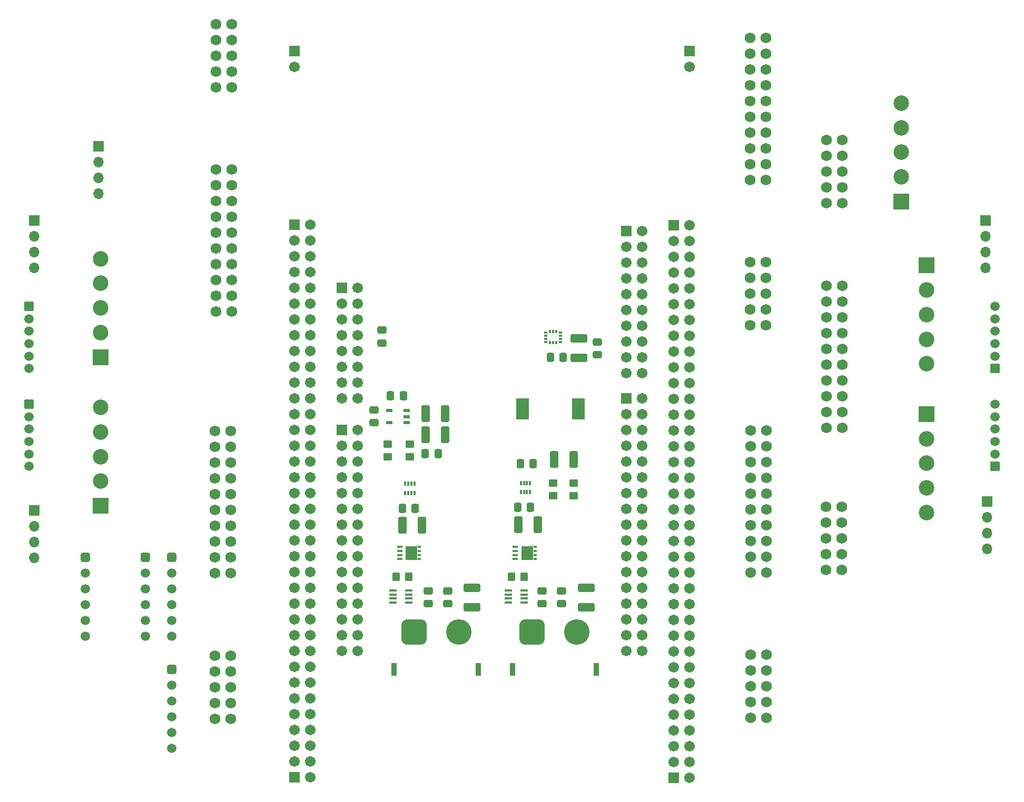
<source format=gts>
%TF.GenerationSoftware,KiCad,Pcbnew,8.0.6*%
%TF.CreationDate,2024-11-14T20:58:14+01:00*%
%TF.ProjectId,Mainboard,4d61696e-626f-4617-9264-2e6b69636164,rev?*%
%TF.SameCoordinates,Original*%
%TF.FileFunction,Soldermask,Top*%
%TF.FilePolarity,Negative*%
%FSLAX46Y46*%
G04 Gerber Fmt 4.6, Leading zero omitted, Abs format (unit mm)*
G04 Created by KiCad (PCBNEW 8.0.6) date 2024-11-14 20:58:14*
%MOMM*%
%LPD*%
G01*
G04 APERTURE LIST*
G04 Aperture macros list*
%AMRoundRect*
0 Rectangle with rounded corners*
0 $1 Rounding radius*
0 $2 $3 $4 $5 $6 $7 $8 $9 X,Y pos of 4 corners*
0 Add a 4 corners polygon primitive as box body*
4,1,4,$2,$3,$4,$5,$6,$7,$8,$9,$2,$3,0*
0 Add four circle primitives for the rounded corners*
1,1,$1+$1,$2,$3*
1,1,$1+$1,$4,$5*
1,1,$1+$1,$6,$7*
1,1,$1+$1,$8,$9*
0 Add four rect primitives between the rounded corners*
20,1,$1+$1,$2,$3,$4,$5,0*
20,1,$1+$1,$4,$5,$6,$7,0*
20,1,$1+$1,$6,$7,$8,$9,0*
20,1,$1+$1,$8,$9,$2,$3,0*%
G04 Aperture macros list end*
%ADD10RoundRect,0.250000X0.412500X1.100000X-0.412500X1.100000X-0.412500X-1.100000X0.412500X-1.100000X0*%
%ADD11RoundRect,0.250000X-0.412500X-1.100000X0.412500X-1.100000X0.412500X1.100000X-0.412500X1.100000X0*%
%ADD12C,1.733200*%
%ADD13RoundRect,0.250000X0.450000X-0.350000X0.450000X0.350000X-0.450000X0.350000X-0.450000X-0.350000X0*%
%ADD14R,2.500000X2.500000*%
%ADD15C,2.500000*%
%ADD16RoundRect,0.250000X0.350000X0.450000X-0.350000X0.450000X-0.350000X-0.450000X0.350000X-0.450000X0*%
%ADD17RoundRect,0.250000X-0.337500X-0.475000X0.337500X-0.475000X0.337500X0.475000X-0.337500X0.475000X0*%
%ADD18RoundRect,0.250000X0.475000X-0.337500X0.475000X0.337500X-0.475000X0.337500X-0.475000X-0.337500X0*%
%ADD19R,2.000000X3.500000*%
%ADD20RoundRect,0.250000X-0.475000X0.337500X-0.475000X-0.337500X0.475000X-0.337500X0.475000X0.337500X0*%
%ADD21RoundRect,0.250000X-1.100000X0.412500X-1.100000X-0.412500X1.100000X-0.412500X1.100000X0.412500X0*%
%ADD22RoundRect,0.380000X-0.380000X0.380000X-0.380000X-0.380000X0.380000X-0.380000X0.380000X0.380000X0*%
%ADD23C,1.520000*%
%ADD24R,0.575000X0.350000*%
%ADD25R,0.350000X0.575000*%
%ADD26RoundRect,0.250000X0.337500X0.475000X-0.337500X0.475000X-0.337500X-0.475000X0.337500X-0.475000X0*%
%ADD27R,0.830000X0.400000*%
%ADD28R,0.620000X0.400000*%
%ADD29R,1.850000X2.250000*%
%ADD30R,0.130000X0.050000*%
%ADD31RoundRect,0.250000X1.100000X-0.412500X1.100000X0.412500X-1.100000X0.412500X-1.100000X-0.412500X0*%
%ADD32R,0.997699X0.508000*%
%ADD33R,1.700000X1.700000*%
%ADD34O,1.700000X1.700000*%
%ADD35R,0.300000X0.670000*%
%ADD36R,1.200000X0.450000*%
%ADD37RoundRect,0.102000X-0.754000X-0.754000X0.754000X-0.754000X0.754000X0.754000X-0.754000X0.754000X0*%
%ADD38C,1.712000*%
%ADD39RoundRect,0.102000X0.654000X-0.654000X0.654000X0.654000X-0.654000X0.654000X-0.654000X-0.654000X0*%
%ADD40C,1.512000*%
%ADD41R,0.900000X2.000000*%
%ADD42RoundRect,1.025000X-1.025000X-1.025000X1.025000X-1.025000X1.025000X1.025000X-1.025000X1.025000X0*%
%ADD43C,4.100000*%
%ADD44RoundRect,0.102000X-0.654000X0.654000X-0.654000X-0.654000X0.654000X-0.654000X0.654000X0.654000X0*%
G04 APERTURE END LIST*
D10*
%TO.C,C23*%
X198022500Y-139840000D03*
X194897500Y-139840000D03*
%TD*%
D11*
%TO.C,C13*%
X174235000Y-132490000D03*
X177360000Y-132490000D03*
%TD*%
D12*
%TO.C,J4*%
X238600000Y-147468000D03*
X241140000Y-147468000D03*
X238600000Y-150008000D03*
X241140000Y-150008000D03*
X238600000Y-152548000D03*
X241140000Y-152548000D03*
X238600000Y-155088000D03*
X241140000Y-155088000D03*
X238600000Y-157628000D03*
X241140000Y-157628000D03*
%TD*%
D13*
%TO.C,R4*%
X168160000Y-139440000D03*
X168160000Y-137440000D03*
%TD*%
D14*
%TO.C,J16*%
X250650000Y-98390000D03*
D15*
X250650000Y-94430000D03*
X250650000Y-90470000D03*
X250650000Y-86510000D03*
X250650000Y-82550000D03*
%TD*%
D16*
%TO.C,R1*%
X190050000Y-158780000D03*
X188050000Y-158780000D03*
%TD*%
D17*
%TO.C,C6*%
X170472500Y-147790000D03*
X172547500Y-147790000D03*
%TD*%
D18*
%TO.C,C2*%
X177760000Y-163122500D03*
X177760000Y-161047500D03*
%TD*%
D16*
%TO.C,R2*%
X171490000Y-158780000D03*
X169490000Y-158780000D03*
%TD*%
D12*
%TO.C,J20*%
X229000000Y-135190000D03*
X226460000Y-135190000D03*
X229000000Y-137730000D03*
X226460000Y-137730000D03*
X229000000Y-140270000D03*
X226460000Y-140270000D03*
X229000000Y-142810000D03*
X226460000Y-142810000D03*
X229000000Y-145350000D03*
X226460000Y-145350000D03*
X229000000Y-147890000D03*
X226460000Y-147890000D03*
X229000000Y-150430000D03*
X226460000Y-150430000D03*
X229000000Y-152970000D03*
X226460000Y-152970000D03*
X229000000Y-155510000D03*
X226460000Y-155510000D03*
X229000000Y-158050000D03*
X226460000Y-158050000D03*
X229000000Y-171290000D03*
X226460000Y-171290000D03*
X229000000Y-173830000D03*
X226460000Y-173830000D03*
X229000000Y-176370000D03*
X226460000Y-176370000D03*
X229000000Y-178910000D03*
X226460000Y-178910000D03*
X229000000Y-181450000D03*
X226460000Y-181450000D03*
%TD*%
D13*
%TO.C,R3*%
X171660000Y-139440000D03*
X171660000Y-137440000D03*
%TD*%
D18*
%TO.C,C1*%
X196080000Y-163122500D03*
X196080000Y-161047500D03*
%TD*%
D17*
%TO.C,C10*%
X189045000Y-147610000D03*
X191120000Y-147610000D03*
%TD*%
D12*
%TO.C,J22*%
X140575000Y-116125000D03*
X143115000Y-116125000D03*
X140575000Y-113585000D03*
X143115000Y-113585000D03*
X140575000Y-111045000D03*
X143115000Y-111045000D03*
X140575000Y-108505000D03*
X143115000Y-108505000D03*
X140575000Y-105965000D03*
X143115000Y-105965000D03*
X140575000Y-103425000D03*
X143115000Y-103425000D03*
X140575000Y-100885000D03*
X143115000Y-100885000D03*
X140575000Y-98345000D03*
X143115000Y-98345000D03*
X140575000Y-95805000D03*
X143115000Y-95805000D03*
X140575000Y-93265000D03*
X143115000Y-93265000D03*
X140575000Y-80025000D03*
X143115000Y-80025000D03*
X140575000Y-77485000D03*
X143115000Y-77485000D03*
X140575000Y-74945000D03*
X143115000Y-74945000D03*
X140575000Y-72405000D03*
X143115000Y-72405000D03*
X140575000Y-69865000D03*
X143115000Y-69865000D03*
%TD*%
D19*
%TO.C,L2*%
X189810000Y-131740000D03*
X198810000Y-131740000D03*
%TD*%
D17*
%TO.C,C26*%
X194287500Y-123450000D03*
X196362500Y-123450000D03*
%TD*%
D18*
%TO.C,C43*%
X165900000Y-133975000D03*
X165900000Y-131900000D03*
%TD*%
D12*
%TO.C,J19*%
X142880000Y-135350000D03*
X140340000Y-135350000D03*
X142880000Y-137890000D03*
X140340000Y-137890000D03*
X142880000Y-140430000D03*
X140340000Y-140430000D03*
X142880000Y-142970000D03*
X140340000Y-142970000D03*
X142880000Y-145510000D03*
X140340000Y-145510000D03*
X142880000Y-148050000D03*
X140340000Y-148050000D03*
X142880000Y-150590000D03*
X140340000Y-150590000D03*
X142880000Y-153130000D03*
X140340000Y-153130000D03*
X142880000Y-155670000D03*
X140340000Y-155670000D03*
X142880000Y-158210000D03*
X140340000Y-158210000D03*
X142880000Y-171450000D03*
X140340000Y-171450000D03*
X142880000Y-173990000D03*
X140340000Y-173990000D03*
X142880000Y-176530000D03*
X140340000Y-176530000D03*
X142880000Y-179070000D03*
X140340000Y-179070000D03*
X142880000Y-181610000D03*
X140340000Y-181610000D03*
%TD*%
D20*
%TO.C,C12*%
X167230000Y-119082500D03*
X167230000Y-121157500D03*
%TD*%
D21*
%TO.C,C24*%
X198900000Y-120412500D03*
X198900000Y-123537500D03*
%TD*%
D18*
%TO.C,C4*%
X174670000Y-163122500D03*
X174670000Y-161047500D03*
%TD*%
D22*
%TO.C,J3*%
X133460000Y-173627500D03*
D23*
X133460000Y-176167500D03*
X133460000Y-178707500D03*
X133460000Y-181247500D03*
X133460000Y-183787500D03*
X133460000Y-186327500D03*
%TD*%
D24*
%TO.C,IC3*%
X193562000Y-119462000D03*
X193562000Y-119962000D03*
X193562000Y-120462000D03*
X193562000Y-120962000D03*
D25*
X194225000Y-121124000D03*
X194725000Y-121124000D03*
X195225000Y-121124000D03*
D24*
X195888000Y-120962000D03*
X195888000Y-120462000D03*
X195888000Y-119962000D03*
X195888000Y-119462000D03*
D25*
X195225000Y-119300000D03*
X194725000Y-119300000D03*
X194225000Y-119300000D03*
%TD*%
D26*
%TO.C,C22*%
X191510000Y-140590000D03*
X189435000Y-140590000D03*
%TD*%
D11*
%TO.C,C9*%
X170535000Y-150500000D03*
X173660000Y-150500000D03*
%TD*%
D27*
%TO.C,Q1*%
X188641000Y-153960000D03*
X188641000Y-154610000D03*
X188641000Y-155260000D03*
X188641000Y-155910000D03*
D28*
X191815000Y-155910000D03*
X191815000Y-155260000D03*
X191815000Y-154610000D03*
X191815000Y-153960000D03*
D29*
X190580000Y-154935000D03*
D30*
X191440000Y-156085000D03*
X191440000Y-153785000D03*
%TD*%
D12*
%TO.C,J18*%
X238630000Y-134780000D03*
X241170000Y-134780000D03*
X238630000Y-132240000D03*
X241170000Y-132240000D03*
X238630000Y-129700000D03*
X241170000Y-129700000D03*
X238630000Y-127160000D03*
X241170000Y-127160000D03*
X238630000Y-124620000D03*
X241170000Y-124620000D03*
X238630000Y-122080000D03*
X241170000Y-122080000D03*
X238630000Y-119540000D03*
X241170000Y-119540000D03*
X238630000Y-117000000D03*
X241170000Y-117000000D03*
X238630000Y-114460000D03*
X241170000Y-114460000D03*
X238630000Y-111920000D03*
X241170000Y-111920000D03*
X238630000Y-98680000D03*
X241170000Y-98680000D03*
X238630000Y-96140000D03*
X241170000Y-96140000D03*
X238630000Y-93600000D03*
X241170000Y-93600000D03*
X238630000Y-91060000D03*
X241170000Y-91060000D03*
X238630000Y-88520000D03*
X241170000Y-88520000D03*
%TD*%
D11*
%TO.C,C7*%
X189127500Y-150360000D03*
X192252500Y-150360000D03*
%TD*%
D31*
%TO.C,C11*%
X181690000Y-163647500D03*
X181690000Y-160522500D03*
%TD*%
D22*
%TO.C,J24*%
X133460000Y-155640000D03*
D23*
X133460000Y-158180000D03*
X133460000Y-160720000D03*
X133460000Y-163260000D03*
X133460000Y-165800000D03*
X133460000Y-168340000D03*
%TD*%
D11*
%TO.C,C28*%
X174255000Y-135940000D03*
X177380000Y-135940000D03*
%TD*%
D22*
%TO.C,J25*%
X119500000Y-155650000D03*
D23*
X119500000Y-158190000D03*
X119500000Y-160730000D03*
X119500000Y-163270000D03*
X119500000Y-165810000D03*
X119500000Y-168350000D03*
%TD*%
D26*
%TO.C,C27*%
X176255000Y-138990000D03*
X174180000Y-138990000D03*
%TD*%
D20*
%TO.C,C25*%
X201850000Y-120987500D03*
X201850000Y-123062500D03*
%TD*%
D17*
%TO.C,C44*%
X168600000Y-129625000D03*
X170675000Y-129625000D03*
%TD*%
D32*
%TO.C,U2*%
X171160351Y-133940001D03*
X171160351Y-132990000D03*
X171160351Y-132039999D03*
X168410049Y-132039999D03*
X168410049Y-133940001D03*
%TD*%
D33*
%TO.C,J26*%
X121670000Y-89530000D03*
D34*
X121670000Y-92070000D03*
X121670000Y-94610000D03*
X121670000Y-97150000D03*
%TD*%
D35*
%TO.C,IC6*%
X189527500Y-145130000D03*
X190027500Y-145130000D03*
X190527500Y-145130000D03*
X191027500Y-145130000D03*
X191027500Y-143650000D03*
X190527500Y-143650000D03*
X190027500Y-143650000D03*
X189527500Y-143650000D03*
%TD*%
D36*
%TO.C,IC1*%
X190040000Y-162905000D03*
X190040000Y-162255000D03*
X190040000Y-161605000D03*
X190040000Y-160955000D03*
X187540000Y-160955000D03*
X187540000Y-161605000D03*
X187540000Y-162255000D03*
X187540000Y-162905000D03*
%TD*%
D22*
%TO.C,J8*%
X129166700Y-155668000D03*
D23*
X129166700Y-158208000D03*
X129166700Y-160748000D03*
X129166700Y-163288000D03*
X129166700Y-165828000D03*
X129166700Y-168368000D03*
%TD*%
D37*
%TO.C,U1*%
X153168300Y-74210000D03*
D38*
X153168300Y-76750000D03*
D37*
X216668300Y-74210000D03*
D38*
X216668300Y-76750000D03*
D37*
X206508300Y-103166000D03*
D38*
X209048300Y-103166000D03*
X206508300Y-105706000D03*
X209048300Y-105706000D03*
X206508300Y-108246000D03*
X209048300Y-108246000D03*
X206508300Y-110786000D03*
X209048300Y-110786000D03*
X206508300Y-113326000D03*
X209048300Y-113326000D03*
X206508300Y-115866000D03*
X209048300Y-115866000D03*
X206508300Y-118406000D03*
X209048300Y-118406000D03*
X206508300Y-120946000D03*
X209048300Y-120946000D03*
X206508300Y-123486000D03*
X209048300Y-123486000D03*
X206508300Y-126026000D03*
X209048300Y-126026000D03*
D37*
X160788300Y-112310000D03*
D38*
X163328300Y-112310000D03*
X160788300Y-114850000D03*
X163328300Y-114850000D03*
X160788300Y-117390000D03*
X163328300Y-117390000D03*
X160788300Y-119930000D03*
X163328300Y-119930000D03*
X160788300Y-122470000D03*
X163328300Y-122470000D03*
X160788300Y-125010000D03*
X163328300Y-125010000D03*
X160788300Y-127550000D03*
X163328300Y-127550000D03*
X160788300Y-130090000D03*
X163328300Y-130090000D03*
D37*
X160788300Y-135170000D03*
D38*
X163328300Y-135170000D03*
X160788300Y-137710000D03*
X163328300Y-137710000D03*
X160788300Y-140250000D03*
X163328300Y-140250000D03*
X160788300Y-142790000D03*
X163328300Y-142790000D03*
X160788300Y-145330000D03*
X163328300Y-145330000D03*
X160788300Y-147870000D03*
X163328300Y-147870000D03*
X160788300Y-150410000D03*
X163328300Y-150410000D03*
X160788300Y-152950000D03*
X163328300Y-152950000D03*
X160788300Y-155490000D03*
X163328300Y-155490000D03*
X160788300Y-158030000D03*
X163328300Y-158030000D03*
X160788300Y-160570000D03*
X163328300Y-160570000D03*
X160788300Y-163110000D03*
X163328300Y-163110000D03*
X160788300Y-165650000D03*
X163328300Y-165650000D03*
X160788300Y-168190000D03*
X163328300Y-168190000D03*
X160788300Y-170730000D03*
X163328300Y-170730000D03*
D37*
X206508300Y-130090000D03*
D38*
X209048300Y-130090000D03*
X206508300Y-132630000D03*
X209048300Y-132630000D03*
X206508300Y-135170000D03*
X209048300Y-135170000D03*
X206508300Y-137710000D03*
X209048300Y-137710000D03*
X206508300Y-140250000D03*
X209048300Y-140250000D03*
X206508300Y-142790000D03*
X209048300Y-142790000D03*
X206508300Y-145330000D03*
X209048300Y-145330000D03*
X206508300Y-147870000D03*
X209048300Y-147870000D03*
X206508300Y-150410000D03*
X209048300Y-150410000D03*
X206508300Y-152950000D03*
X209048300Y-152950000D03*
X206508300Y-155490000D03*
X209048300Y-155490000D03*
X206508300Y-158030000D03*
X209048300Y-158030000D03*
X206508300Y-160570000D03*
X209048300Y-160570000D03*
X206508300Y-163110000D03*
X209048300Y-163110000D03*
X206508300Y-165650000D03*
X209048300Y-165650000D03*
X206508300Y-168190000D03*
X209048300Y-168190000D03*
X206508300Y-170730000D03*
X209048300Y-170730000D03*
D37*
X153168300Y-102150000D03*
D38*
X155708300Y-102150000D03*
X153168300Y-104690000D03*
X155708300Y-104690000D03*
X153168300Y-107230000D03*
X155708300Y-107230000D03*
X153168300Y-109770000D03*
X155708300Y-109770000D03*
X153168300Y-112310000D03*
X155708300Y-112310000D03*
X153168300Y-114850000D03*
X155708300Y-114850000D03*
X153168300Y-117390000D03*
X155708300Y-117390000D03*
X153168300Y-119930000D03*
X155708300Y-119930000D03*
X153168300Y-122470000D03*
X155708300Y-122470000D03*
X153168300Y-125010000D03*
X155708300Y-125010000D03*
X153168300Y-127550000D03*
X155708300Y-127550000D03*
X153168300Y-130090000D03*
X155708300Y-130090000D03*
X153168300Y-132630000D03*
X155708300Y-132630000D03*
X153168300Y-135170000D03*
X155708300Y-135170000D03*
X153168300Y-137710000D03*
X155708300Y-137710000D03*
X153168300Y-140250000D03*
X155708300Y-140250000D03*
X153168300Y-142790000D03*
X155708300Y-142790000D03*
X153168300Y-145330000D03*
X155708300Y-145330000D03*
X153168300Y-147870000D03*
X155708300Y-147870000D03*
X153168300Y-150410000D03*
X155708300Y-150410000D03*
X153168300Y-152950000D03*
X155708300Y-152950000D03*
X153168300Y-155490000D03*
X155708300Y-155490000D03*
X153168300Y-158030000D03*
X155708300Y-158030000D03*
X153168300Y-160570000D03*
X155708300Y-160570000D03*
X153168300Y-163110000D03*
X155708300Y-163110000D03*
X153168300Y-165650000D03*
X155708300Y-165650000D03*
X153168300Y-168190000D03*
X155708300Y-168190000D03*
X153168300Y-170730000D03*
X155708300Y-170730000D03*
X153168300Y-173270000D03*
X155708300Y-173270000D03*
X153168300Y-175810000D03*
X155708300Y-175810000D03*
X153168300Y-178350000D03*
X155708300Y-178350000D03*
X153168300Y-180890000D03*
X155708300Y-180890000D03*
X153168300Y-183430000D03*
X155708300Y-183430000D03*
X153168300Y-185970000D03*
X155708300Y-185970000D03*
X153168300Y-188510000D03*
X155708300Y-188510000D03*
D37*
X214128300Y-102170000D03*
D38*
X216668300Y-102170000D03*
X214128300Y-104710000D03*
X216668300Y-104710000D03*
X214128300Y-107250000D03*
X216668300Y-107250000D03*
X214128300Y-109790000D03*
X216668300Y-109790000D03*
X214128300Y-112330000D03*
X216668300Y-112330000D03*
X214128300Y-114870000D03*
X216668300Y-114870000D03*
X214128300Y-117410000D03*
X216668300Y-117410000D03*
X214128300Y-119950000D03*
X216668300Y-119950000D03*
X214128300Y-122490000D03*
X216668300Y-122490000D03*
X214128300Y-125030000D03*
X216668300Y-125030000D03*
X214128300Y-127570000D03*
X216668300Y-127570000D03*
X214128300Y-130110000D03*
X216668300Y-130110000D03*
X214128300Y-132650000D03*
X216668300Y-132650000D03*
X214128300Y-135190000D03*
X216668300Y-135190000D03*
X214128300Y-137730000D03*
X216668300Y-137730000D03*
X214128300Y-140270000D03*
X216668300Y-140270000D03*
X214128300Y-142810000D03*
X216668300Y-142810000D03*
X214128300Y-145350000D03*
X216668300Y-145350000D03*
X214128300Y-147890000D03*
X216668300Y-147890000D03*
X214128300Y-150430000D03*
X216668300Y-150430000D03*
X214128300Y-152970000D03*
X216668300Y-152970000D03*
X214128300Y-155510000D03*
X216668300Y-155510000D03*
X214128300Y-158050000D03*
X216668300Y-158050000D03*
X214128300Y-160590000D03*
X216668300Y-160590000D03*
X214128300Y-163130000D03*
X216668300Y-163130000D03*
X214128300Y-165670000D03*
X216668300Y-165670000D03*
X214128300Y-168210000D03*
X216668300Y-168210000D03*
X214128300Y-170750000D03*
X216668300Y-170750000D03*
X214128300Y-173290000D03*
X216668300Y-173290000D03*
X214128300Y-175830000D03*
X216668300Y-175830000D03*
X214128300Y-178370000D03*
X216668300Y-178370000D03*
X214128300Y-180910000D03*
X216668300Y-180910000D03*
X214128300Y-183450000D03*
X216668300Y-183450000D03*
X214128300Y-185990000D03*
X216668300Y-185990000D03*
X214128300Y-188530000D03*
X216668300Y-188530000D03*
D37*
X214128300Y-191070000D03*
D38*
X216668300Y-191070000D03*
D37*
X153168300Y-191050000D03*
D38*
X155708300Y-191050000D03*
%TD*%
D31*
%TO.C,C8*%
X200030000Y-163647500D03*
X200030000Y-160522500D03*
%TD*%
D13*
%TO.C,R8*%
X194760000Y-145690000D03*
X194760000Y-143690000D03*
%TD*%
%TO.C,R9*%
X198060000Y-145690000D03*
X198060000Y-143690000D03*
%TD*%
D12*
%TO.C,J21*%
X228970000Y-72050000D03*
X226430000Y-72050000D03*
X228970000Y-74590000D03*
X226430000Y-74590000D03*
X228970000Y-77130000D03*
X226430000Y-77130000D03*
X228970000Y-79670000D03*
X226430000Y-79670000D03*
X228970000Y-82210000D03*
X226430000Y-82210000D03*
X228970000Y-84750000D03*
X226430000Y-84750000D03*
X228970000Y-87290000D03*
X226430000Y-87290000D03*
X228970000Y-89830000D03*
X226430000Y-89830000D03*
X228970000Y-92370000D03*
X226430000Y-92370000D03*
X228970000Y-94910000D03*
X226430000Y-94910000D03*
X228970000Y-108150000D03*
X226430000Y-108150000D03*
X228970000Y-110690000D03*
X226430000Y-110690000D03*
X228970000Y-113230000D03*
X226430000Y-113230000D03*
X228970000Y-115770000D03*
X226430000Y-115770000D03*
X228970000Y-118310000D03*
X226430000Y-118310000D03*
%TD*%
D27*
%TO.C,Q2*%
X170046000Y-153960000D03*
X170046000Y-154610000D03*
X170046000Y-155260000D03*
X170046000Y-155910000D03*
D28*
X173220000Y-155910000D03*
X173220000Y-155260000D03*
X173220000Y-154610000D03*
X173220000Y-153960000D03*
D29*
X171985000Y-154935000D03*
D30*
X172845000Y-156085000D03*
X172845000Y-153785000D03*
%TD*%
D36*
%TO.C,IC2*%
X171520000Y-162905000D03*
X171520000Y-162255000D03*
X171520000Y-161605000D03*
X171520000Y-160955000D03*
X169020000Y-160955000D03*
X169020000Y-161605000D03*
X169020000Y-162255000D03*
X169020000Y-162905000D03*
%TD*%
D35*
%TO.C,IC7*%
X170960000Y-145290000D03*
X171460000Y-145290000D03*
X171960000Y-145290000D03*
X172460000Y-145290000D03*
X172460000Y-143810000D03*
X171960000Y-143810000D03*
X171460000Y-143810000D03*
X170960000Y-143810000D03*
%TD*%
D18*
%TO.C,C3*%
X192920000Y-163122500D03*
X192920000Y-161047500D03*
%TD*%
D14*
%TO.C,J14*%
X254750000Y-132580000D03*
D15*
X254750000Y-136540000D03*
X254750000Y-140500000D03*
X254750000Y-144460000D03*
X254750000Y-148420000D03*
%TD*%
D39*
%TO.C,J5*%
X110500000Y-115250000D03*
D40*
X110500000Y-117250000D03*
X110500000Y-119250000D03*
X110500000Y-121250000D03*
X110500000Y-123250000D03*
X110500000Y-125250000D03*
%TD*%
D41*
%TO.C,J1*%
X188190000Y-173640000D03*
X201690000Y-173640000D03*
D42*
X191340000Y-167640000D03*
D43*
X198540000Y-167640000D03*
%TD*%
D33*
%TO.C,J27*%
X264500000Y-146630000D03*
D34*
X264500000Y-149170000D03*
X264500000Y-151710000D03*
X264500000Y-154250000D03*
%TD*%
D14*
%TO.C,J12*%
X122000000Y-147350000D03*
D15*
X122000000Y-143390000D03*
X122000000Y-139430000D03*
X122000000Y-135470000D03*
X122000000Y-131510000D03*
%TD*%
D41*
%TO.C,J2*%
X169180000Y-173640000D03*
X182680000Y-173640000D03*
D42*
X172330000Y-167640000D03*
D43*
X179530000Y-167640000D03*
%TD*%
D33*
%TO.C,J17*%
X111300000Y-101420000D03*
D34*
X111300000Y-103960000D03*
X111300000Y-106500000D03*
X111300000Y-109040000D03*
%TD*%
D39*
%TO.C,J11*%
X110500000Y-131000000D03*
D40*
X110500000Y-133000000D03*
X110500000Y-135000000D03*
X110500000Y-137000000D03*
X110500000Y-139000000D03*
X110500000Y-141000000D03*
%TD*%
D33*
%TO.C,J23*%
X111310000Y-148130000D03*
D34*
X111310000Y-150670000D03*
X111310000Y-153210000D03*
X111310000Y-155750000D03*
%TD*%
D44*
%TO.C,J13*%
X265750000Y-141000000D03*
D40*
X265750000Y-139000000D03*
X265750000Y-137000000D03*
X265750000Y-135000000D03*
X265750000Y-133000000D03*
X265750000Y-131000000D03*
%TD*%
D14*
%TO.C,J10*%
X254750000Y-108660000D03*
D15*
X254750000Y-112620000D03*
X254750000Y-116580000D03*
X254750000Y-120540000D03*
X254750000Y-124500000D03*
%TD*%
D44*
%TO.C,J7*%
X265750000Y-125250000D03*
D40*
X265750000Y-123250000D03*
X265750000Y-121250000D03*
X265750000Y-119250000D03*
X265750000Y-117250000D03*
X265750000Y-115250000D03*
%TD*%
D33*
%TO.C,J9*%
X264250000Y-101450000D03*
D34*
X264250000Y-103990000D03*
X264250000Y-106530000D03*
X264250000Y-109070000D03*
%TD*%
D14*
%TO.C,J6*%
X122000000Y-123430000D03*
D15*
X122000000Y-119470000D03*
X122000000Y-115510000D03*
X122000000Y-111550000D03*
X122000000Y-107590000D03*
%TD*%
M02*

</source>
